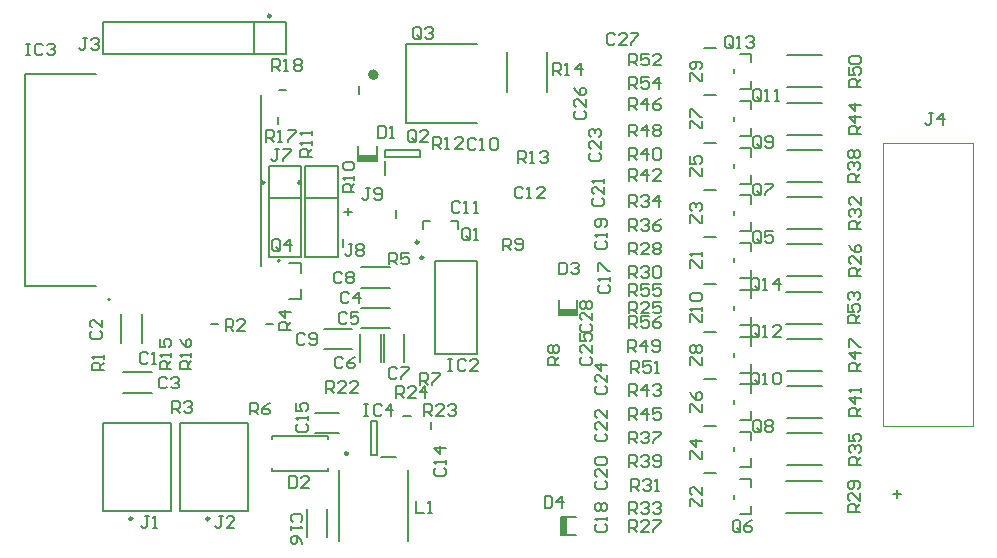
<source format=gto>
G04*
G04 #@! TF.GenerationSoftware,Altium Limited,Altium Designer,24.1.2 (44)*
G04*
G04 Layer_Color=65535*
%FSLAX44Y44*%
%MOMM*%
G71*
G04*
G04 #@! TF.SameCoordinates,35289A0D-B0B0-4263-B8D2-BBE876D284D7*
G04*
G04*
G04 #@! TF.FilePolarity,Positive*
G04*
G01*
G75*
%ADD10C,0.2000*%
%ADD11C,0.2500*%
%ADD12C,0.5000*%
%ADD13C,0.1500*%
%ADD14C,0.1524*%
%ADD15C,0.1000*%
%ADD16R,1.5870X0.5080*%
%ADD17R,0.5080X1.5870*%
D10*
X1171000Y752000D02*
G03*
X1171000Y752000I-1000J0D01*
G01*
X1026000Y718400D02*
G03*
X1026000Y720400I0J1000D01*
G01*
D02*
G03*
X1026000Y718400I0J-1000D01*
G01*
D02*
G03*
X1026000Y720400I0J1000D01*
G01*
X1170000Y897000D02*
X1176000D01*
X1260250Y840000D02*
Y846000D01*
X1289750D01*
Y840000D02*
Y846000D01*
X1260250Y840000D02*
X1289750D01*
X1260000Y824500D02*
Y836500D01*
X1169000Y868000D02*
Y874000D01*
X955000Y730400D02*
X1015000D01*
X955000D02*
X1015000D01*
X955000Y910400D02*
X1015000D01*
X955000D02*
X1015000D01*
X955000Y730400D02*
Y910400D01*
Y730400D02*
Y910400D01*
X1155000Y747900D02*
Y892900D01*
Y747900D02*
Y892900D01*
X1161300Y805700D02*
X1188700D01*
X1161300Y832350D02*
X1188700D01*
X1161300Y755200D02*
Y832350D01*
Y755200D02*
X1188700D01*
Y832350D01*
X1192300Y805700D02*
X1219700D01*
X1192300Y832350D02*
X1219700D01*
X1192300Y755200D02*
Y832350D01*
Y755200D02*
X1219700D01*
Y832350D01*
X1159000Y698750D02*
X1165000D01*
X1112250Y699000D02*
X1118250D01*
X1362750Y894750D02*
Y929250D01*
X1397250Y894750D02*
Y929250D01*
X1252750Y836650D02*
Y849350D01*
X1237250Y836650D02*
Y849350D01*
Y836650D02*
X1252750D01*
X1086250Y540500D02*
X1143750D01*
Y614500D01*
X1086250D02*
X1143750D01*
X1086250Y540500D02*
Y614500D01*
X1302250Y752000D02*
X1337750D01*
Y673000D02*
Y752000D01*
X1302250Y673000D02*
X1337750D01*
X1302250D02*
Y752000D01*
X1021250Y540500D02*
Y614500D01*
X1078750D01*
Y540500D02*
Y614500D01*
X1021250Y540500D02*
X1078750D01*
X1038439Y657561D02*
X1062561D01*
X1038439Y640439D02*
X1062561D01*
X1036689Y682939D02*
Y707061D01*
X1053811Y682939D02*
Y707061D01*
X1149050Y927300D02*
Y954700D01*
X1175700Y927300D02*
Y954700D01*
X1020800D02*
X1175700D01*
X1020800Y927300D02*
Y954700D01*
Y927300D02*
X1175700D01*
X1316000Y785500D02*
X1321600D01*
Y779000D02*
Y785500D01*
X1292400Y779000D02*
Y785500D01*
X1298000D01*
X1298460Y610020D02*
Y616020D01*
X1247750Y587500D02*
X1253250D01*
X1247750D02*
Y616500D01*
X1253250D01*
Y587500D02*
Y616500D01*
X1256750Y586000D02*
X1269250D01*
X1200439Y606000D02*
X1220561D01*
X1200439Y623000D02*
X1220561D01*
X1211750Y574500D02*
Y576750D01*
Y601250D02*
Y603500D01*
X1164250D02*
X1211750D01*
X1164250Y574500D02*
Y576750D01*
Y601250D02*
Y603500D01*
Y574500D02*
X1211750D01*
X1275460Y621020D02*
X1281460D01*
X1193439Y517939D02*
Y542061D01*
X1210561Y517939D02*
Y542061D01*
X1239939Y695439D02*
X1264061D01*
X1239939Y712561D02*
X1264061D01*
X1560750Y927500D02*
X1569500D01*
Y897500D02*
Y904750D01*
Y920250D02*
Y927500D01*
X1560750Y897500D02*
X1569500D01*
X1555500Y910750D02*
Y914250D01*
X1560750Y887500D02*
X1569500D01*
Y857500D02*
Y864750D01*
Y880250D02*
Y887500D01*
X1560750Y857500D02*
X1569500D01*
X1555500Y870750D02*
Y874250D01*
X1560750Y847500D02*
X1569500D01*
Y817500D02*
Y824750D01*
Y840250D02*
Y847500D01*
X1560750Y817500D02*
X1569500D01*
X1555500Y830750D02*
Y834250D01*
X1560750Y807500D02*
X1569500D01*
Y777500D02*
Y784750D01*
Y800250D02*
Y807500D01*
X1560750Y777500D02*
X1569500D01*
X1555500Y790750D02*
Y794250D01*
X1560750Y687500D02*
X1569500D01*
Y657500D02*
Y664750D01*
Y680250D02*
Y687500D01*
X1560750Y657500D02*
X1569500D01*
X1555500Y670750D02*
Y674250D01*
X1560750Y647500D02*
X1569500D01*
Y617500D02*
Y624750D01*
Y640250D02*
Y647500D01*
X1560750Y617500D02*
X1569500D01*
X1555500Y630750D02*
Y634250D01*
X1560750Y607500D02*
X1569500D01*
Y577500D02*
Y584750D01*
Y600250D02*
Y607500D01*
X1560750Y577500D02*
X1569500D01*
X1555500Y590750D02*
Y594250D01*
X1560750Y767500D02*
X1569500D01*
Y737500D02*
Y744750D01*
Y760250D02*
Y767500D01*
X1560750Y737500D02*
X1569500D01*
X1555500Y750750D02*
Y754250D01*
X1560750Y727500D02*
X1569500D01*
Y697500D02*
Y704750D01*
Y720250D02*
Y727500D01*
X1560750Y697500D02*
X1569500D01*
X1555500Y710750D02*
Y714250D01*
X1560750Y567500D02*
X1569500D01*
Y537500D02*
Y544750D01*
Y560250D02*
Y567500D01*
X1560750Y537500D02*
X1569500D01*
X1555500Y550750D02*
Y554250D01*
X1239939Y729439D02*
X1264061D01*
X1239939Y746561D02*
X1264061D01*
X1208169Y694561D02*
X1232291D01*
X1208169Y677439D02*
X1232291D01*
X1241939Y729500D02*
X1262061D01*
X1241939Y712500D02*
X1262061D01*
X1238939Y666439D02*
Y690561D01*
X1256061Y666439D02*
Y690561D01*
X1276061Y666439D02*
Y690561D01*
X1258939Y666439D02*
Y690561D01*
X1408650Y519750D02*
Y535250D01*
X1421350D01*
X1408650Y519750D02*
X1421350D01*
X1407250Y706150D02*
X1422750D01*
X1407250D02*
Y718850D01*
X1422750Y706150D02*
Y718850D01*
D11*
X1157750Y818400D02*
G03*
X1157750Y818400I-1250J0D01*
G01*
X1188750D02*
G03*
X1188750Y818400I-1250J0D01*
G01*
X1111000Y533750D02*
G03*
X1111000Y533750I-1250J0D01*
G01*
X1292250Y754750D02*
G03*
X1292250Y754750I-1250J0D01*
G01*
X1046000Y533750D02*
G03*
X1046000Y533750I-1250J0D01*
G01*
X1163000Y959500D02*
G03*
X1163000Y959500I-1250J0D01*
G01*
X1288250Y768000D02*
G03*
X1288250Y768000I-1250J0D01*
G01*
X1228500Y589000D02*
G03*
X1228500Y589000I-1250J0D01*
G01*
D12*
X1251971Y909651D02*
G03*
X1251971Y909651I-2000J0D01*
G01*
D13*
X1189000Y720000D02*
Y728000D01*
X1179000Y720000D02*
X1189000D01*
Y742000D02*
Y750000D01*
X1179000D02*
X1189000D01*
X1530000Y812250D02*
X1540000D01*
X1530000Y892250D02*
X1540000D01*
X1530000Y852250D02*
X1540000D01*
X1530000Y732250D02*
X1540000D01*
X1530000Y692250D02*
X1540000D01*
X1530000Y612250D02*
X1540000D01*
X1530000Y572250D02*
X1540000D01*
X1600000Y898980D02*
X1630000D01*
X1600000Y926020D02*
X1630000D01*
X1600000Y858980D02*
X1630000D01*
X1600000Y886020D02*
X1630000D01*
X1600000Y818980D02*
X1630000D01*
X1600000Y846020D02*
X1630000D01*
X1600000Y778980D02*
X1630000D01*
X1600000Y806020D02*
X1630000D01*
X1600000Y738980D02*
X1630000D01*
X1600000Y766020D02*
X1630000D01*
X1599750Y698980D02*
X1629750D01*
X1599750Y726020D02*
X1629750D01*
X1530000Y932250D02*
X1540000D01*
X1530000Y772250D02*
X1540000D01*
X1530000Y652250D02*
X1540000D01*
X1600000Y658980D02*
X1630000D01*
X1600000Y686020D02*
X1630000D01*
X1600000Y618980D02*
X1630000D01*
X1600000Y646020D02*
X1630000D01*
X1600000Y578980D02*
X1630000D01*
X1600000Y606020D02*
X1630000D01*
X1599750Y538980D02*
X1629750D01*
X1599750Y566020D02*
X1629750D01*
X1228168Y790500D02*
Y797164D01*
X1224836Y793832D02*
X1231500D01*
X1224500Y763500D02*
Y770164D01*
X1693168Y551500D02*
Y558164D01*
X1689836Y554832D02*
X1696500D01*
X1237500Y893500D02*
Y900164D01*
X1269500Y788500D02*
Y795164D01*
X1164504Y913002D02*
Y922998D01*
X1169502D01*
X1171169Y921332D01*
Y918000D01*
X1169502Y916334D01*
X1164504D01*
X1167836D02*
X1171169Y913002D01*
X1174501D02*
X1177833D01*
X1176167D01*
Y922998D01*
X1174501Y921332D01*
X1182831D02*
X1184498Y922998D01*
X1187830D01*
X1189496Y921332D01*
Y919666D01*
X1187830Y918000D01*
X1189496Y916334D01*
Y914668D01*
X1187830Y913002D01*
X1184498D01*
X1182831Y914668D01*
Y916334D01*
X1184498Y918000D01*
X1182831Y919666D01*
Y921332D01*
X1184498Y918000D02*
X1187830D01*
X1247334Y813998D02*
X1244002D01*
X1245668D01*
Y805668D01*
X1244002Y804002D01*
X1242336D01*
X1240669Y805668D01*
X1250666D02*
X1252332Y804002D01*
X1255665D01*
X1257331Y805668D01*
Y812332D01*
X1255665Y813998D01*
X1252332D01*
X1250666Y812332D01*
Y810666D01*
X1252332Y809000D01*
X1257331D01*
X1233998Y810504D02*
X1224002D01*
Y815502D01*
X1225668Y817169D01*
X1229000D01*
X1230666Y815502D01*
Y810504D01*
Y813836D02*
X1233998Y817169D01*
Y820501D02*
Y823833D01*
Y822167D01*
X1224002D01*
X1225668Y820501D01*
Y828831D02*
X1224002Y830498D01*
Y833830D01*
X1225668Y835496D01*
X1232332D01*
X1233998Y833830D01*
Y830498D01*
X1232332Y828831D01*
X1225668D01*
X1286334Y854668D02*
Y861332D01*
X1284668Y862998D01*
X1281335D01*
X1279669Y861332D01*
Y854668D01*
X1281335Y853002D01*
X1284668D01*
X1283002Y856334D02*
X1286334Y853002D01*
X1284668D02*
X1286334Y854668D01*
X1296331Y853002D02*
X1289666D01*
X1296331Y859666D01*
Y861332D01*
X1294664Y862998D01*
X1291332D01*
X1289666Y861332D01*
X1159504Y853002D02*
Y862998D01*
X1164502D01*
X1166169Y861332D01*
Y858000D01*
X1164502Y856334D01*
X1159504D01*
X1162836D02*
X1166169Y853002D01*
X1169501D02*
X1172833D01*
X1171167D01*
Y862998D01*
X1169501Y861332D01*
X1177831Y862998D02*
X1184496D01*
Y861332D01*
X1177831Y854668D01*
Y853002D01*
X1170747Y762142D02*
Y768807D01*
X1169080Y770473D01*
X1165748D01*
X1164082Y768807D01*
Y762142D01*
X1165748Y760476D01*
X1169080D01*
X1167414Y763808D02*
X1170747Y760476D01*
X1169080D02*
X1170747Y762142D01*
X1179077Y760476D02*
Y770473D01*
X1174079Y765474D01*
X1180743D01*
X955548Y936081D02*
X958880D01*
X957214D01*
Y926084D01*
X955548D01*
X958880D01*
X970543Y934415D02*
X968877Y936081D01*
X965545D01*
X963879Y934415D01*
Y927750D01*
X965545Y926084D01*
X968877D01*
X970543Y927750D01*
X973875Y934415D02*
X975542Y936081D01*
X978874D01*
X980540Y934415D01*
Y932748D01*
X978874Y931082D01*
X977208D01*
X978874D01*
X980540Y929416D01*
Y927750D01*
X978874Y926084D01*
X975542D01*
X973875Y927750D01*
X1232334Y765998D02*
X1229002D01*
X1230668D01*
Y757668D01*
X1229002Y756002D01*
X1227336D01*
X1225669Y757668D01*
X1235666Y764332D02*
X1237332Y765998D01*
X1240665D01*
X1242331Y764332D01*
Y762666D01*
X1240665Y761000D01*
X1242331Y759334D01*
Y757668D01*
X1240665Y756002D01*
X1237332D01*
X1235666Y757668D01*
Y759334D01*
X1237332Y761000D01*
X1235666Y762666D01*
Y764332D01*
X1237332Y761000D02*
X1240665D01*
X1170334Y846998D02*
X1167002D01*
X1168668D01*
Y838668D01*
X1167002Y837002D01*
X1165335D01*
X1163669Y838668D01*
X1173666Y846998D02*
X1180331D01*
Y845332D01*
X1173666Y838668D01*
Y837002D01*
X1122334Y535998D02*
X1119002D01*
X1120668D01*
Y527668D01*
X1119002Y526002D01*
X1117336D01*
X1115669Y527668D01*
X1132331Y526002D02*
X1125666D01*
X1132331Y532666D01*
Y534332D01*
X1130665Y535998D01*
X1127332D01*
X1125666Y534332D01*
X1518502Y700004D02*
Y706668D01*
X1520168D01*
X1526832Y700004D01*
X1528498D01*
Y706668D01*
Y710001D02*
Y713333D01*
Y711667D01*
X1518502D01*
X1520168Y710001D01*
Y718332D02*
X1518502Y719998D01*
Y723330D01*
X1520168Y724996D01*
X1526832D01*
X1528498Y723330D01*
Y719998D01*
X1526832Y718332D01*
X1520168D01*
X1518502Y904169D02*
Y910834D01*
X1520168D01*
X1526832Y904169D01*
X1528498D01*
Y910834D01*
X1526832Y914166D02*
X1528498Y915832D01*
Y919165D01*
X1526832Y920831D01*
X1520168D01*
X1518502Y919165D01*
Y915832D01*
X1520168Y914166D01*
X1521834D01*
X1523500Y915832D01*
Y920831D01*
X1518502Y664169D02*
Y670834D01*
X1520168D01*
X1526832Y664169D01*
X1528498D01*
Y670834D01*
X1520168Y674166D02*
X1518502Y675832D01*
Y679165D01*
X1520168Y680831D01*
X1521834D01*
X1523500Y679165D01*
X1525166Y680831D01*
X1526832D01*
X1528498Y679165D01*
Y675832D01*
X1526832Y674166D01*
X1525166D01*
X1523500Y675832D01*
X1521834Y674166D01*
X1520168D01*
X1523500Y675832D02*
Y679165D01*
X1518502Y864169D02*
Y870834D01*
X1520168D01*
X1526832Y864169D01*
X1528498D01*
Y870834D01*
X1518502Y874166D02*
Y880831D01*
X1520168D01*
X1526832Y874166D01*
X1528498D01*
X1518502Y624169D02*
Y630834D01*
X1520168D01*
X1526832Y624169D01*
X1528498D01*
Y630834D01*
X1518502Y640831D02*
X1520168Y637498D01*
X1523500Y634166D01*
X1526832D01*
X1528498Y635832D01*
Y639165D01*
X1526832Y640831D01*
X1525166D01*
X1523500Y639165D01*
Y634166D01*
X1518502Y824169D02*
Y830834D01*
X1520168D01*
X1526832Y824169D01*
X1528498D01*
Y830834D01*
X1518502Y840831D02*
Y834166D01*
X1523500D01*
X1521834Y837498D01*
Y839165D01*
X1523500Y840831D01*
X1526832D01*
X1528498Y839165D01*
Y835832D01*
X1526832Y834166D01*
X1518502Y584169D02*
Y590834D01*
X1520168D01*
X1526832Y584169D01*
X1528498D01*
Y590834D01*
Y599165D02*
X1518502D01*
X1523500Y594166D01*
Y600831D01*
X1518502Y784169D02*
Y790834D01*
X1520168D01*
X1526832Y784169D01*
X1528498D01*
Y790834D01*
X1520168Y794166D02*
X1518502Y795832D01*
Y799165D01*
X1520168Y800831D01*
X1521834D01*
X1523500Y799165D01*
Y797498D01*
Y799165D01*
X1525166Y800831D01*
X1526832D01*
X1528498Y799165D01*
Y795832D01*
X1526832Y794166D01*
X1518501Y544169D02*
Y550834D01*
X1520168D01*
X1526832Y544169D01*
X1528498D01*
Y550834D01*
Y560831D02*
Y554166D01*
X1521834Y560831D01*
X1520168D01*
X1518501Y559165D01*
Y555832D01*
X1520168Y554166D01*
X1518502Y745835D02*
Y752500D01*
X1520168D01*
X1526832Y745835D01*
X1528498D01*
Y752500D01*
Y755832D02*
Y759165D01*
Y757498D01*
X1518502D01*
X1520168Y755832D01*
X1466671Y695002D02*
Y704998D01*
X1471669D01*
X1473336Y703332D01*
Y700000D01*
X1471669Y698334D01*
X1466671D01*
X1470003D02*
X1473336Y695002D01*
X1483332Y704998D02*
X1476668D01*
Y700000D01*
X1480000Y701666D01*
X1481666D01*
X1483332Y700000D01*
Y696668D01*
X1481666Y695002D01*
X1478334D01*
X1476668Y696668D01*
X1493329Y704998D02*
X1489997Y703332D01*
X1486664Y700000D01*
Y696668D01*
X1488331Y695002D01*
X1491663D01*
X1493329Y696668D01*
Y698334D01*
X1491663Y700000D01*
X1486664D01*
X1466671Y722502D02*
Y732498D01*
X1471669D01*
X1473336Y730832D01*
Y727500D01*
X1471669Y725834D01*
X1466671D01*
X1470003D02*
X1473336Y722502D01*
X1483332Y732498D02*
X1476668D01*
Y727500D01*
X1480000Y729166D01*
X1481666D01*
X1483332Y727500D01*
Y724168D01*
X1481666Y722502D01*
X1478334D01*
X1476668Y724168D01*
X1493329Y732498D02*
X1486664D01*
Y727500D01*
X1489997Y729166D01*
X1491663D01*
X1493329Y727500D01*
Y724168D01*
X1491663Y722502D01*
X1488331D01*
X1486664Y724168D01*
X1466671Y897502D02*
Y907498D01*
X1471669D01*
X1473336Y905832D01*
Y902500D01*
X1471669Y900834D01*
X1466671D01*
X1470003D02*
X1473336Y897502D01*
X1483332Y907498D02*
X1476668D01*
Y902500D01*
X1480000Y904166D01*
X1481666D01*
X1483332Y902500D01*
Y899168D01*
X1481666Y897502D01*
X1478334D01*
X1476668Y899168D01*
X1491663Y897502D02*
Y907498D01*
X1486664Y902500D01*
X1493329D01*
X1662248Y699171D02*
X1652252D01*
Y704169D01*
X1653918Y705835D01*
X1657250D01*
X1658916Y704169D01*
Y699171D01*
Y702503D02*
X1662248Y705835D01*
X1652252Y715832D02*
Y709168D01*
X1657250D01*
X1655584Y712500D01*
Y714166D01*
X1657250Y715832D01*
X1660582D01*
X1662248Y714166D01*
Y710834D01*
X1660582Y709168D01*
X1653918Y719165D02*
X1652252Y720831D01*
Y724163D01*
X1653918Y725829D01*
X1655584D01*
X1657250Y724163D01*
Y722497D01*
Y724163D01*
X1658916Y725829D01*
X1660582D01*
X1662248Y724163D01*
Y720831D01*
X1660582Y719165D01*
X1466671Y917502D02*
Y927498D01*
X1471669D01*
X1473336Y925832D01*
Y922500D01*
X1471669Y920834D01*
X1466671D01*
X1470003D02*
X1473336Y917502D01*
X1483332Y927498D02*
X1476668D01*
Y922500D01*
X1480000Y924166D01*
X1481666D01*
X1483332Y922500D01*
Y919168D01*
X1481666Y917502D01*
X1478334D01*
X1476668Y919168D01*
X1493329Y917502D02*
X1486664D01*
X1493329Y924166D01*
Y925832D01*
X1491663Y927498D01*
X1488331D01*
X1486664Y925832D01*
X1662498Y899171D02*
X1652502D01*
Y904169D01*
X1654168Y905835D01*
X1657500D01*
X1659166Y904169D01*
Y899171D01*
Y902503D02*
X1662498Y905835D01*
X1652502Y915832D02*
Y909168D01*
X1657500D01*
X1655834Y912500D01*
Y914166D01*
X1657500Y915832D01*
X1660832D01*
X1662498Y914166D01*
Y910834D01*
X1660832Y909168D01*
X1654168Y919165D02*
X1652502Y920831D01*
Y924163D01*
X1654168Y925829D01*
X1660832D01*
X1662498Y924163D01*
Y920831D01*
X1660832Y919165D01*
X1654168D01*
X1465671Y675002D02*
Y684998D01*
X1470669D01*
X1472336Y683332D01*
Y680000D01*
X1470669Y678334D01*
X1465671D01*
X1469003D02*
X1472336Y675002D01*
X1480666D02*
Y684998D01*
X1475668Y680000D01*
X1482332D01*
X1485665Y676668D02*
X1487331Y675002D01*
X1490663D01*
X1492329Y676668D01*
Y683332D01*
X1490663Y684998D01*
X1487331D01*
X1485665Y683332D01*
Y681666D01*
X1487331Y680000D01*
X1492329D01*
X1466671Y857502D02*
Y867498D01*
X1471669D01*
X1473336Y865832D01*
Y862500D01*
X1471669Y860834D01*
X1466671D01*
X1470003D02*
X1473336Y857502D01*
X1481666D02*
Y867498D01*
X1476668Y862500D01*
X1483332D01*
X1486664Y865832D02*
X1488331Y867498D01*
X1491663D01*
X1493329Y865832D01*
Y864166D01*
X1491663Y862500D01*
X1493329Y860834D01*
Y859168D01*
X1491663Y857502D01*
X1488331D01*
X1486664Y859168D01*
Y860834D01*
X1488331Y862500D01*
X1486664Y864166D01*
Y865832D01*
X1488331Y862500D02*
X1491663D01*
X1662498Y659171D02*
X1652502D01*
Y664169D01*
X1654168Y665835D01*
X1657500D01*
X1659166Y664169D01*
Y659171D01*
Y662503D02*
X1662498Y665835D01*
Y674166D02*
X1652502D01*
X1657500Y669168D01*
Y675832D01*
X1652502Y679165D02*
Y685829D01*
X1654168D01*
X1660832Y679165D01*
X1662498D01*
X1466671Y880002D02*
Y889998D01*
X1471669D01*
X1473336Y888332D01*
Y885000D01*
X1471669Y883334D01*
X1466671D01*
X1470003D02*
X1473336Y880002D01*
X1481666D02*
Y889998D01*
X1476668Y885000D01*
X1483332D01*
X1493329Y889998D02*
X1489997Y888332D01*
X1486664Y885000D01*
Y881668D01*
X1488331Y880002D01*
X1491663D01*
X1493329Y881668D01*
Y883334D01*
X1491663Y885000D01*
X1486664D01*
X1662498Y859171D02*
X1652502D01*
Y864169D01*
X1654168Y865835D01*
X1657500D01*
X1659166Y864169D01*
Y859171D01*
Y862503D02*
X1662498Y865835D01*
Y874166D02*
X1652502D01*
X1657500Y869168D01*
Y875832D01*
X1662498Y884163D02*
X1652502D01*
X1657500Y879165D01*
Y885829D01*
X1466671Y637502D02*
Y647498D01*
X1471669D01*
X1473336Y645832D01*
Y642500D01*
X1471669Y640834D01*
X1466671D01*
X1470003D02*
X1473336Y637502D01*
X1481666D02*
Y647498D01*
X1476668Y642500D01*
X1483332D01*
X1486664Y645832D02*
X1488331Y647498D01*
X1491663D01*
X1493329Y645832D01*
Y644166D01*
X1491663Y642500D01*
X1489997D01*
X1491663D01*
X1493329Y640834D01*
Y639168D01*
X1491663Y637502D01*
X1488331D01*
X1486664Y639168D01*
X1662498Y620837D02*
X1652502D01*
Y625835D01*
X1654168Y627502D01*
X1657500D01*
X1659166Y625835D01*
Y620837D01*
Y624169D02*
X1662498Y627502D01*
Y635832D02*
X1652502D01*
X1657500Y630834D01*
Y637498D01*
X1662498Y640831D02*
Y644163D01*
Y642497D01*
X1652502D01*
X1654168Y640831D01*
X1466671Y837502D02*
Y847498D01*
X1471669D01*
X1473336Y845832D01*
Y842500D01*
X1471669Y840834D01*
X1466671D01*
X1470003D02*
X1473336Y837502D01*
X1481666D02*
Y847498D01*
X1476668Y842500D01*
X1483332D01*
X1486664Y845832D02*
X1488331Y847498D01*
X1491663D01*
X1493329Y845832D01*
Y839168D01*
X1491663Y837502D01*
X1488331D01*
X1486664Y839168D01*
Y845832D01*
X1662242Y819170D02*
X1652245D01*
Y824169D01*
X1653911Y825835D01*
X1657244D01*
X1658910Y824169D01*
Y819170D01*
Y822503D02*
X1662242Y825835D01*
X1653911Y829167D02*
X1652245Y830833D01*
Y834165D01*
X1653911Y835832D01*
X1655578D01*
X1657244Y834165D01*
Y832499D01*
Y834165D01*
X1658910Y835832D01*
X1660576D01*
X1662242Y834165D01*
Y830833D01*
X1660576Y829167D01*
X1653911Y839164D02*
X1652245Y840830D01*
Y844162D01*
X1653911Y845828D01*
X1655578D01*
X1657244Y844162D01*
X1658910Y845828D01*
X1660576D01*
X1662242Y844162D01*
Y840830D01*
X1660576Y839164D01*
X1658910D01*
X1657244Y840830D01*
X1655578Y839164D01*
X1653911D01*
X1657244Y840830D02*
Y844162D01*
X1466671Y597502D02*
Y607498D01*
X1471669D01*
X1473336Y605832D01*
Y602500D01*
X1471669Y600834D01*
X1466671D01*
X1470003D02*
X1473336Y597502D01*
X1476668Y605832D02*
X1478334Y607498D01*
X1481666D01*
X1483332Y605832D01*
Y604166D01*
X1481666Y602500D01*
X1480000D01*
X1481666D01*
X1483332Y600834D01*
Y599168D01*
X1481666Y597502D01*
X1478334D01*
X1476668Y599168D01*
X1486664Y607498D02*
X1493329D01*
Y605832D01*
X1486664Y599168D01*
Y597502D01*
X1662498Y579171D02*
X1652502D01*
Y584169D01*
X1654168Y585835D01*
X1657500D01*
X1659166Y584169D01*
Y579171D01*
Y582503D02*
X1662498Y585835D01*
X1654168Y589168D02*
X1652502Y590834D01*
Y594166D01*
X1654168Y595832D01*
X1655834D01*
X1657500Y594166D01*
Y592500D01*
Y594166D01*
X1659166Y595832D01*
X1660832D01*
X1662498Y594166D01*
Y590834D01*
X1660832Y589168D01*
X1652502Y605829D02*
Y599165D01*
X1657500D01*
X1655834Y602497D01*
Y604163D01*
X1657500Y605829D01*
X1660832D01*
X1662498Y604163D01*
Y600831D01*
X1660832Y599165D01*
X1466671Y797502D02*
Y807498D01*
X1471669D01*
X1473336Y805832D01*
Y802500D01*
X1471669Y800834D01*
X1466671D01*
X1470003D02*
X1473336Y797502D01*
X1476668Y805832D02*
X1478334Y807498D01*
X1481666D01*
X1483332Y805832D01*
Y804166D01*
X1481666Y802500D01*
X1480000D01*
X1481666D01*
X1483332Y800834D01*
Y799168D01*
X1481666Y797502D01*
X1478334D01*
X1476668Y799168D01*
X1491663Y797502D02*
Y807498D01*
X1486664Y802500D01*
X1493329D01*
X1662498Y779171D02*
X1652502D01*
Y784169D01*
X1654168Y785835D01*
X1657500D01*
X1659166Y784169D01*
Y779171D01*
Y782503D02*
X1662498Y785835D01*
X1654168Y789168D02*
X1652502Y790834D01*
Y794166D01*
X1654168Y795832D01*
X1655834D01*
X1657500Y794166D01*
Y792500D01*
Y794166D01*
X1659166Y795832D01*
X1660832D01*
X1662498Y794166D01*
Y790834D01*
X1660832Y789168D01*
X1662498Y805829D02*
Y799165D01*
X1655834Y805829D01*
X1654168D01*
X1652502Y804163D01*
Y800831D01*
X1654168Y799165D01*
X1468337Y557502D02*
Y567498D01*
X1473336D01*
X1475002Y565832D01*
Y562500D01*
X1473336Y560834D01*
X1468337D01*
X1471669D02*
X1475002Y557502D01*
X1478334Y565832D02*
X1480000Y567498D01*
X1483332D01*
X1484998Y565832D01*
Y564166D01*
X1483332Y562500D01*
X1481666D01*
X1483332D01*
X1484998Y560834D01*
Y559168D01*
X1483332Y557502D01*
X1480000D01*
X1478334Y559168D01*
X1488331Y557502D02*
X1491663D01*
X1489997D01*
Y567498D01*
X1488331Y565832D01*
X1662248Y539171D02*
X1652252D01*
Y544169D01*
X1653918Y545835D01*
X1657250D01*
X1658916Y544169D01*
Y539171D01*
Y542503D02*
X1662248Y545835D01*
Y555832D02*
Y549168D01*
X1655584Y555832D01*
X1653918D01*
X1652252Y554166D01*
Y550834D01*
X1653918Y549168D01*
X1660582Y559165D02*
X1662248Y560831D01*
Y564163D01*
X1660582Y565829D01*
X1653918D01*
X1652252Y564163D01*
Y560831D01*
X1653918Y559165D01*
X1655584D01*
X1657250Y560831D01*
Y565829D01*
X1466671Y757502D02*
Y767498D01*
X1471669D01*
X1473336Y765832D01*
Y762500D01*
X1471669Y760834D01*
X1466671D01*
X1470003D02*
X1473336Y757502D01*
X1483332D02*
X1476668D01*
X1483332Y764166D01*
Y765832D01*
X1481666Y767498D01*
X1478334D01*
X1476668Y765832D01*
X1486664D02*
X1488331Y767498D01*
X1491663D01*
X1493329Y765832D01*
Y764166D01*
X1491663Y762500D01*
X1493329Y760834D01*
Y759168D01*
X1491663Y757502D01*
X1488331D01*
X1486664Y759168D01*
Y760834D01*
X1488331Y762500D01*
X1486664Y764166D01*
Y765832D01*
X1488331Y762500D02*
X1491663D01*
X1662498Y739171D02*
X1652502D01*
Y744169D01*
X1654168Y745835D01*
X1657500D01*
X1659166Y744169D01*
Y739171D01*
Y742503D02*
X1662498Y745835D01*
Y755832D02*
Y749168D01*
X1655834Y755832D01*
X1654168D01*
X1652502Y754166D01*
Y750834D01*
X1654168Y749168D01*
X1652502Y765829D02*
X1654168Y762497D01*
X1657500Y759165D01*
X1660832D01*
X1662498Y760831D01*
Y764163D01*
X1660832Y765829D01*
X1659166D01*
X1657500Y764163D01*
Y759165D01*
X1576669Y729168D02*
Y735832D01*
X1575002Y737498D01*
X1571670D01*
X1570004Y735832D01*
Y729168D01*
X1571670Y727502D01*
X1575002D01*
X1573336Y730834D02*
X1576669Y727502D01*
X1575002D02*
X1576669Y729168D01*
X1580001Y727502D02*
X1583333D01*
X1581667D01*
Y737498D01*
X1580001Y735832D01*
X1593330Y727502D02*
Y737498D01*
X1588331Y732500D01*
X1594996D01*
X1554169Y934168D02*
Y940832D01*
X1552502Y942498D01*
X1549170D01*
X1547504Y940832D01*
Y934168D01*
X1549170Y932502D01*
X1552502D01*
X1550836Y935834D02*
X1554169Y932502D01*
X1552502D02*
X1554169Y934168D01*
X1557501Y932502D02*
X1560833D01*
X1559167D01*
Y942498D01*
X1557501Y940832D01*
X1565831D02*
X1567498Y942498D01*
X1570830D01*
X1572496Y940832D01*
Y939166D01*
X1570830Y937500D01*
X1569164D01*
X1570830D01*
X1572496Y935834D01*
Y934168D01*
X1570830Y932502D01*
X1567498D01*
X1565831Y934168D01*
X1576669Y689168D02*
Y695832D01*
X1575002Y697498D01*
X1571670D01*
X1570004Y695832D01*
Y689168D01*
X1571670Y687502D01*
X1575002D01*
X1573336Y690834D02*
X1576669Y687502D01*
X1575002D02*
X1576669Y689168D01*
X1580001Y687502D02*
X1583333D01*
X1581667D01*
Y697498D01*
X1580001Y695832D01*
X1594996Y687502D02*
X1588331D01*
X1594996Y694166D01*
Y695832D01*
X1593330Y697498D01*
X1589998D01*
X1588331Y695832D01*
X1578335Y889168D02*
Y895832D01*
X1576669Y897498D01*
X1573336D01*
X1571670Y895832D01*
Y889168D01*
X1573336Y887502D01*
X1576669D01*
X1575002Y890834D02*
X1578335Y887502D01*
X1576669D02*
X1578335Y889168D01*
X1581667Y887502D02*
X1584999D01*
X1583333D01*
Y897498D01*
X1581667Y895832D01*
X1589998Y887502D02*
X1593330D01*
X1591664D01*
Y897498D01*
X1589998Y895832D01*
X1576669Y649168D02*
Y655832D01*
X1575002Y657498D01*
X1571670D01*
X1570004Y655832D01*
Y649168D01*
X1571670Y647502D01*
X1575002D01*
X1573336Y650834D02*
X1576669Y647502D01*
X1575002D02*
X1576669Y649168D01*
X1580001Y647502D02*
X1583333D01*
X1581667D01*
Y657498D01*
X1580001Y655832D01*
X1588331D02*
X1589998Y657498D01*
X1593330D01*
X1594996Y655832D01*
Y649168D01*
X1593330Y647502D01*
X1589998D01*
X1588331Y649168D01*
Y655832D01*
X1578334Y849168D02*
Y855832D01*
X1576668Y857498D01*
X1573336D01*
X1571669Y855832D01*
Y849168D01*
X1573336Y847502D01*
X1576668D01*
X1575002Y850834D02*
X1578334Y847502D01*
X1576668D02*
X1578334Y849168D01*
X1581666D02*
X1583332Y847502D01*
X1586664D01*
X1588331Y849168D01*
Y855832D01*
X1586664Y857498D01*
X1583332D01*
X1581666Y855832D01*
Y854166D01*
X1583332Y852500D01*
X1588331D01*
X1578334Y609168D02*
Y615832D01*
X1576668Y617498D01*
X1573336D01*
X1571669Y615832D01*
Y609168D01*
X1573336Y607502D01*
X1576668D01*
X1575002Y610834D02*
X1578334Y607502D01*
X1576668D02*
X1578334Y609168D01*
X1581666Y615832D02*
X1583332Y617498D01*
X1586664D01*
X1588331Y615832D01*
Y614166D01*
X1586664Y612500D01*
X1588331Y610834D01*
Y609168D01*
X1586664Y607502D01*
X1583332D01*
X1581666Y609168D01*
Y610834D01*
X1583332Y612500D01*
X1581666Y614166D01*
Y615832D01*
X1583332Y612500D02*
X1586664D01*
X1578334Y809168D02*
Y815832D01*
X1576668Y817498D01*
X1573336D01*
X1571669Y815832D01*
Y809168D01*
X1573336Y807502D01*
X1576668D01*
X1575002Y810834D02*
X1578334Y807502D01*
X1576668D02*
X1578334Y809168D01*
X1581666Y817498D02*
X1588331D01*
Y815832D01*
X1581666Y809168D01*
Y807502D01*
X1560834Y524168D02*
Y530832D01*
X1559168Y532498D01*
X1555836D01*
X1554169Y530832D01*
Y524168D01*
X1555836Y522502D01*
X1559168D01*
X1557502Y525834D02*
X1560834Y522502D01*
X1559168D02*
X1560834Y524168D01*
X1570831Y532498D02*
X1567498Y530832D01*
X1564166Y527500D01*
Y524168D01*
X1565832Y522502D01*
X1569164D01*
X1570831Y524168D01*
Y525834D01*
X1569164Y527500D01*
X1564166D01*
X1578334Y769168D02*
Y775832D01*
X1576668Y777498D01*
X1573336D01*
X1571669Y775832D01*
Y769168D01*
X1573336Y767502D01*
X1576668D01*
X1575002Y770834D02*
X1578334Y767502D01*
X1576668D02*
X1578334Y769168D01*
X1588331Y777498D02*
X1581666D01*
Y772500D01*
X1584998Y774166D01*
X1586664D01*
X1588331Y772500D01*
Y769168D01*
X1586664Y767502D01*
X1583332D01*
X1581666Y769168D01*
X1426668Y698335D02*
X1425002Y696669D01*
Y693337D01*
X1426668Y691671D01*
X1433332D01*
X1434998Y693337D01*
Y696669D01*
X1433332Y698335D01*
X1434998Y708332D02*
Y701668D01*
X1428334Y708332D01*
X1426668D01*
X1425002Y706666D01*
Y703334D01*
X1426668Y701668D01*
Y711665D02*
X1425002Y713331D01*
Y716663D01*
X1426668Y718329D01*
X1428334D01*
X1430000Y716663D01*
X1431666Y718329D01*
X1433332D01*
X1434998Y716663D01*
Y713331D01*
X1433332Y711665D01*
X1431666D01*
X1430000Y713331D01*
X1428334Y711665D01*
X1426668D01*
X1430000Y713331D02*
Y716663D01*
X1723834Y877498D02*
X1720502D01*
X1722168D01*
Y869168D01*
X1720502Y867502D01*
X1718835D01*
X1717169Y869168D01*
X1732164Y867502D02*
Y877498D01*
X1727166Y872500D01*
X1733831D01*
X1269131Y636022D02*
Y646018D01*
X1274129D01*
X1275796Y644352D01*
Y641020D01*
X1274129Y639354D01*
X1269131D01*
X1272463D02*
X1275796Y636022D01*
X1285792D02*
X1279128D01*
X1285792Y642686D01*
Y644352D01*
X1284126Y646018D01*
X1280794D01*
X1279128Y644352D01*
X1294123Y636022D02*
Y646018D01*
X1289125Y641020D01*
X1295789D01*
X1293131Y621022D02*
Y631018D01*
X1298129D01*
X1299796Y629352D01*
Y626020D01*
X1298129Y624354D01*
X1293131D01*
X1296463D02*
X1299796Y621022D01*
X1309792D02*
X1303128D01*
X1309792Y627686D01*
Y629352D01*
X1308126Y631018D01*
X1304794D01*
X1303128Y629352D01*
X1313125D02*
X1314791Y631018D01*
X1318123D01*
X1319789Y629352D01*
Y627686D01*
X1318123Y626020D01*
X1316457D01*
X1318123D01*
X1319789Y624354D01*
Y622688D01*
X1318123Y621022D01*
X1314791D01*
X1313125Y622688D01*
X1210091Y640542D02*
Y650538D01*
X1215089D01*
X1216756Y648872D01*
Y645540D01*
X1215089Y643874D01*
X1210091D01*
X1213423D02*
X1216756Y640542D01*
X1226752D02*
X1220088D01*
X1226752Y647206D01*
Y648872D01*
X1225086Y650538D01*
X1221754D01*
X1220088Y648872D01*
X1236749Y640542D02*
X1230085D01*
X1236749Y647206D01*
Y648872D01*
X1235083Y650538D01*
X1231751D01*
X1230085Y648872D01*
X1095998Y660504D02*
X1086002D01*
Y665502D01*
X1087668Y667169D01*
X1091000D01*
X1092666Y665502D01*
Y660504D01*
Y663836D02*
X1095998Y667169D01*
Y670501D02*
Y673833D01*
Y672167D01*
X1086002D01*
X1087668Y670501D01*
X1086002Y685496D02*
X1087668Y682164D01*
X1091000Y678831D01*
X1094332D01*
X1095998Y680498D01*
Y683830D01*
X1094332Y685496D01*
X1092666D01*
X1091000Y683830D01*
Y678831D01*
X1078998Y660504D02*
X1069002D01*
Y665502D01*
X1070668Y667169D01*
X1074000D01*
X1075666Y665502D01*
Y660504D01*
Y663836D02*
X1078998Y667169D01*
Y670501D02*
Y673833D01*
Y672167D01*
X1069002D01*
X1070668Y670501D01*
X1069002Y685496D02*
Y678831D01*
X1074000D01*
X1072334Y682164D01*
Y683830D01*
X1074000Y685496D01*
X1077332D01*
X1078998Y683830D01*
Y680498D01*
X1077332Y678831D01*
X1402504Y909502D02*
Y919498D01*
X1407502D01*
X1409169Y917832D01*
Y914500D01*
X1407502Y912834D01*
X1402504D01*
X1405836D02*
X1409169Y909502D01*
X1412501D02*
X1415833D01*
X1414167D01*
Y919498D01*
X1412501Y917832D01*
X1425830Y909502D02*
Y919498D01*
X1420831Y914500D01*
X1427496D01*
X1372504Y835002D02*
Y844998D01*
X1377502D01*
X1379169Y843332D01*
Y840000D01*
X1377502Y838334D01*
X1372504D01*
X1375836D02*
X1379169Y835002D01*
X1382501D02*
X1385833D01*
X1384167D01*
Y844998D01*
X1382501Y843332D01*
X1390831D02*
X1392498Y844998D01*
X1395830D01*
X1397496Y843332D01*
Y841666D01*
X1395830Y840000D01*
X1394164D01*
X1395830D01*
X1397496Y838334D01*
Y836668D01*
X1395830Y835002D01*
X1392498D01*
X1390831Y836668D01*
X1300504Y847002D02*
Y856998D01*
X1305502D01*
X1307168Y855332D01*
Y852000D01*
X1305502Y850334D01*
X1300504D01*
X1303836D02*
X1307168Y847002D01*
X1310501D02*
X1313833D01*
X1312167D01*
Y856998D01*
X1310501Y855332D01*
X1325496Y847002D02*
X1318831D01*
X1325496Y853666D01*
Y855332D01*
X1323830Y856998D01*
X1320498D01*
X1318831Y855332D01*
X1466671Y820002D02*
Y829998D01*
X1471669D01*
X1473336Y828332D01*
Y825000D01*
X1471669Y823334D01*
X1466671D01*
X1470003D02*
X1473336Y820002D01*
X1481666D02*
Y829998D01*
X1476668Y825000D01*
X1483332D01*
X1493329Y820002D02*
X1486664D01*
X1493329Y826666D01*
Y828332D01*
X1491663Y829998D01*
X1488331D01*
X1486664Y828332D01*
X1468337Y657502D02*
Y667498D01*
X1473336D01*
X1475002Y665832D01*
Y662500D01*
X1473336Y660834D01*
X1468337D01*
X1471669D02*
X1475002Y657502D01*
X1484998Y667498D02*
X1478334D01*
Y662500D01*
X1481666Y664166D01*
X1483332D01*
X1484998Y662500D01*
Y659168D01*
X1483332Y657502D01*
X1480000D01*
X1478334Y659168D01*
X1488331Y657502D02*
X1491663D01*
X1489997D01*
Y667498D01*
X1488331Y665832D01*
X1197998Y840170D02*
X1188002D01*
Y845169D01*
X1189668Y846835D01*
X1193000D01*
X1194666Y845169D01*
Y840170D01*
Y843502D02*
X1197998Y846835D01*
Y850167D02*
Y853499D01*
Y851833D01*
X1188002D01*
X1189668Y850167D01*
X1197998Y858498D02*
Y861830D01*
Y860164D01*
X1188002D01*
X1189668Y858498D01*
X1466671Y777502D02*
Y787498D01*
X1471669D01*
X1473336Y785832D01*
Y782500D01*
X1471669Y780834D01*
X1466671D01*
X1470003D02*
X1473336Y777502D01*
X1476668Y785832D02*
X1478334Y787498D01*
X1481666D01*
X1483332Y785832D01*
Y784166D01*
X1481666Y782500D01*
X1480000D01*
X1481666D01*
X1483332Y780834D01*
Y779168D01*
X1481666Y777502D01*
X1478334D01*
X1476668Y779168D01*
X1493329Y787498D02*
X1489997Y785832D01*
X1486664Y782500D01*
Y779168D01*
X1488331Y777502D01*
X1491663D01*
X1493329Y779168D01*
Y780834D01*
X1491663Y782500D01*
X1486664D01*
X1360169Y761002D02*
Y770998D01*
X1365168D01*
X1366834Y769332D01*
Y766000D01*
X1365168Y764334D01*
X1360169D01*
X1363502D02*
X1366834Y761002D01*
X1370166Y762668D02*
X1371832Y761002D01*
X1375164D01*
X1376831Y762668D01*
Y769332D01*
X1375164Y770998D01*
X1371832D01*
X1370166Y769332D01*
Y767666D01*
X1371832Y766000D01*
X1376831D01*
X1466671Y617502D02*
Y627498D01*
X1471669D01*
X1473336Y625832D01*
Y622500D01*
X1471669Y620834D01*
X1466671D01*
X1470003D02*
X1473336Y617502D01*
X1481666D02*
Y627498D01*
X1476668Y622500D01*
X1483332D01*
X1493329Y627498D02*
X1486664D01*
Y622500D01*
X1489997Y624166D01*
X1491663D01*
X1493329Y622500D01*
Y619168D01*
X1491663Y617502D01*
X1488331D01*
X1486664Y619168D01*
X1466671Y737502D02*
Y747498D01*
X1471669D01*
X1473336Y745832D01*
Y742500D01*
X1471669Y740834D01*
X1466671D01*
X1470003D02*
X1473336Y737502D01*
X1476668Y745832D02*
X1478334Y747498D01*
X1481666D01*
X1483332Y745832D01*
Y744166D01*
X1481666Y742500D01*
X1480000D01*
X1481666D01*
X1483332Y740834D01*
Y739168D01*
X1481666Y737502D01*
X1478334D01*
X1476668Y739168D01*
X1486664Y745832D02*
X1488331Y747498D01*
X1491663D01*
X1493329Y745832D01*
Y739168D01*
X1491663Y737502D01*
X1488331D01*
X1486664Y739168D01*
Y745832D01*
X1407498Y664169D02*
X1397502D01*
Y669168D01*
X1399168Y670834D01*
X1402500D01*
X1404166Y669168D01*
Y664169D01*
Y667502D02*
X1407498Y670834D01*
X1399168Y674166D02*
X1397502Y675832D01*
Y679165D01*
X1399168Y680831D01*
X1400834D01*
X1402500Y679165D01*
X1404166Y680831D01*
X1405832D01*
X1407498Y679165D01*
Y675832D01*
X1405832Y674166D01*
X1404166D01*
X1402500Y675832D01*
X1400834Y674166D01*
X1399168D01*
X1402500Y675832D02*
Y679165D01*
X1466671Y577502D02*
Y587498D01*
X1471669D01*
X1473336Y585832D01*
Y582500D01*
X1471669Y580834D01*
X1466671D01*
X1470003D02*
X1473336Y577502D01*
X1476668Y585832D02*
X1478334Y587498D01*
X1481666D01*
X1483332Y585832D01*
Y584166D01*
X1481666Y582500D01*
X1480000D01*
X1481666D01*
X1483332Y580834D01*
Y579168D01*
X1481666Y577502D01*
X1478334D01*
X1476668Y579168D01*
X1486664D02*
X1488331Y577502D01*
X1491663D01*
X1493329Y579168D01*
Y585832D01*
X1491663Y587498D01*
X1488331D01*
X1486664Y585832D01*
Y584166D01*
X1488331Y582500D01*
X1493329D01*
X1289669Y647002D02*
Y656998D01*
X1294668D01*
X1296334Y655332D01*
Y652000D01*
X1294668Y650334D01*
X1289669D01*
X1293002D02*
X1296334Y647002D01*
X1299666Y656998D02*
X1306331D01*
Y655332D01*
X1299666Y648668D01*
Y647002D01*
X1466671Y707502D02*
Y717498D01*
X1471669D01*
X1473336Y715832D01*
Y712500D01*
X1471669Y710834D01*
X1466671D01*
X1470003D02*
X1473336Y707502D01*
X1483332D02*
X1476668D01*
X1483332Y714166D01*
Y715832D01*
X1481666Y717498D01*
X1478334D01*
X1476668Y715832D01*
X1493329Y717498D02*
X1486664D01*
Y712500D01*
X1489997Y714166D01*
X1491663D01*
X1493329Y712500D01*
Y709168D01*
X1491663Y707502D01*
X1488331D01*
X1486664Y709168D01*
X1145669Y622002D02*
Y631998D01*
X1150668D01*
X1152334Y630332D01*
Y627000D01*
X1150668Y625334D01*
X1145669D01*
X1149002D02*
X1152334Y622002D01*
X1162331Y631998D02*
X1158998Y630332D01*
X1155666Y627000D01*
Y623668D01*
X1157332Y622002D01*
X1160665D01*
X1162331Y623668D01*
Y625334D01*
X1160665Y627000D01*
X1155666D01*
X1466671Y537502D02*
Y547498D01*
X1471669D01*
X1473336Y545832D01*
Y542500D01*
X1471669Y540834D01*
X1466671D01*
X1470003D02*
X1473336Y537502D01*
X1476668Y545832D02*
X1478334Y547498D01*
X1481666D01*
X1483332Y545832D01*
Y544166D01*
X1481666Y542500D01*
X1480000D01*
X1481666D01*
X1483332Y540834D01*
Y539168D01*
X1481666Y537502D01*
X1478334D01*
X1476668Y539168D01*
X1486664Y545832D02*
X1488331Y547498D01*
X1491663D01*
X1493329Y545832D01*
Y544166D01*
X1491663Y542500D01*
X1489997D01*
X1491663D01*
X1493329Y540834D01*
Y539168D01*
X1491663Y537502D01*
X1488331D01*
X1486664Y539168D01*
X1263669Y749002D02*
Y758998D01*
X1268668D01*
X1270334Y757332D01*
Y754000D01*
X1268668Y752334D01*
X1263669D01*
X1267002D02*
X1270334Y749002D01*
X1280331Y758998D02*
X1273666D01*
Y754000D01*
X1276998Y755666D01*
X1278664D01*
X1280331Y754000D01*
Y750668D01*
X1278664Y749002D01*
X1275332D01*
X1273666Y750668D01*
X1179998Y693669D02*
X1170002D01*
Y698668D01*
X1171668Y700334D01*
X1175000D01*
X1176666Y698668D01*
Y693669D01*
Y697002D02*
X1179998Y700334D01*
Y708664D02*
X1170002D01*
X1175000Y703666D01*
Y710331D01*
X1466671Y522502D02*
Y532498D01*
X1471669D01*
X1473336Y530832D01*
Y527500D01*
X1471669Y525834D01*
X1466671D01*
X1470003D02*
X1473336Y522502D01*
X1483332D02*
X1476668D01*
X1483332Y529166D01*
Y530832D01*
X1481666Y532498D01*
X1478334D01*
X1476668Y530832D01*
X1486664Y532498D02*
X1493329D01*
Y530832D01*
X1486664Y524168D01*
Y522502D01*
X1079669Y623002D02*
Y632998D01*
X1084668D01*
X1086334Y631332D01*
Y628000D01*
X1084668Y626334D01*
X1079669D01*
X1083002D02*
X1086334Y623002D01*
X1089666Y631332D02*
X1091332Y632998D01*
X1094665D01*
X1096331Y631332D01*
Y629666D01*
X1094665Y628000D01*
X1092998D01*
X1094665D01*
X1096331Y626334D01*
Y624668D01*
X1094665Y623002D01*
X1091332D01*
X1089666Y624668D01*
X1124919Y693002D02*
Y702998D01*
X1129918D01*
X1131584Y701332D01*
Y698000D01*
X1129918Y696334D01*
X1124919D01*
X1128252D02*
X1131584Y693002D01*
X1141581D02*
X1134916D01*
X1141581Y699666D01*
Y701332D01*
X1139914Y702998D01*
X1136582D01*
X1134916Y701332D01*
X1021998Y659335D02*
X1012002D01*
Y664334D01*
X1013668Y666000D01*
X1017000D01*
X1018666Y664334D01*
Y659335D01*
Y662668D02*
X1021998Y666000D01*
Y669332D02*
Y672664D01*
Y670998D01*
X1012002D01*
X1013668Y669332D01*
X1290654Y941318D02*
Y947983D01*
X1288988Y949649D01*
X1285656D01*
X1283990Y947983D01*
Y941318D01*
X1285656Y939652D01*
X1288988D01*
X1287322Y942984D02*
X1290654Y939652D01*
X1288988D02*
X1290654Y941318D01*
X1293987Y947983D02*
X1295653Y949649D01*
X1298985D01*
X1300651Y947983D01*
Y946317D01*
X1298985Y944651D01*
X1297319D01*
X1298985D01*
X1300651Y942984D01*
Y941318D01*
X1298985Y939652D01*
X1295653D01*
X1293987Y941318D01*
X1332000Y771668D02*
Y778332D01*
X1330334Y779998D01*
X1327002D01*
X1325336Y778332D01*
Y771668D01*
X1327002Y770002D01*
X1330334D01*
X1328668Y773334D02*
X1332000Y770002D01*
X1330334D02*
X1332000Y771668D01*
X1335332Y770002D02*
X1338665D01*
X1336998D01*
Y779998D01*
X1335332Y778332D01*
X1286335Y548998D02*
Y539002D01*
X1293000D01*
X1296332D02*
X1299664D01*
X1297998D01*
Y548998D01*
X1296332Y547332D01*
X1007584Y940748D02*
X1004252D01*
X1005918D01*
Y932418D01*
X1004252Y930752D01*
X1002586D01*
X1000919Y932418D01*
X1010916Y939082D02*
X1012582Y940748D01*
X1015915D01*
X1017581Y939082D01*
Y937416D01*
X1015915Y935750D01*
X1014248D01*
X1015915D01*
X1017581Y934084D01*
Y932418D01*
X1015915Y930752D01*
X1012582D01*
X1010916Y932418D01*
X1060000Y535998D02*
X1056668D01*
X1058334D01*
Y527668D01*
X1056668Y526002D01*
X1055002D01*
X1053335Y527668D01*
X1063332Y526002D02*
X1066665D01*
X1064998D01*
Y535998D01*
X1063332Y534332D01*
X1241964Y631018D02*
X1245296D01*
X1243630D01*
Y621022D01*
X1241964D01*
X1245296D01*
X1256959Y629352D02*
X1255293Y631018D01*
X1251961D01*
X1250295Y629352D01*
Y622688D01*
X1251961Y621022D01*
X1255293D01*
X1256959Y622688D01*
X1265290Y621022D02*
Y631018D01*
X1260292Y626020D01*
X1266956D01*
X1313504Y668998D02*
X1316836D01*
X1315170D01*
Y659002D01*
X1313504D01*
X1316836D01*
X1328499Y667332D02*
X1326833Y668998D01*
X1323501D01*
X1321835Y667332D01*
Y660668D01*
X1323501Y659002D01*
X1326833D01*
X1328499Y660668D01*
X1338496Y659002D02*
X1331831D01*
X1338496Y665666D01*
Y667332D01*
X1336830Y668998D01*
X1333498D01*
X1331831Y667332D01*
X1178669Y569998D02*
Y560002D01*
X1183668D01*
X1185334Y561668D01*
Y568332D01*
X1183668Y569998D01*
X1178669D01*
X1195331Y560002D02*
X1188666D01*
X1195331Y566666D01*
Y568332D01*
X1193664Y569998D01*
X1190332D01*
X1188666Y568332D01*
X1254335Y865998D02*
Y856002D01*
X1259334D01*
X1261000Y857668D01*
Y864332D01*
X1259334Y865998D01*
X1254335D01*
X1264332Y856002D02*
X1267664D01*
X1265998D01*
Y865998D01*
X1264332Y864332D01*
X1407414Y750661D02*
Y740664D01*
X1412412D01*
X1414079Y742330D01*
Y748995D01*
X1412412Y750661D01*
X1407414D01*
X1417411Y748995D02*
X1419077Y750661D01*
X1422409D01*
X1424075Y748995D01*
Y747328D01*
X1422409Y745662D01*
X1420743D01*
X1422409D01*
X1424075Y743996D01*
Y742330D01*
X1422409Y740664D01*
X1419077D01*
X1417411Y742330D01*
X1394968Y553049D02*
Y543052D01*
X1399966D01*
X1401633Y544718D01*
Y551383D01*
X1399966Y553049D01*
X1394968D01*
X1409963Y543052D02*
Y553049D01*
X1404965Y548050D01*
X1411629D01*
X1188332Y530831D02*
X1189998Y532498D01*
Y535830D01*
X1188332Y537496D01*
X1181668D01*
X1180002Y535830D01*
Y532498D01*
X1181668Y530831D01*
X1180002Y527499D02*
Y524167D01*
Y525833D01*
X1189998D01*
X1188332Y527499D01*
X1189998Y512504D02*
X1188332Y515836D01*
X1185000Y519169D01*
X1181668D01*
X1180002Y517502D01*
Y514170D01*
X1181668Y512504D01*
X1183334D01*
X1185000Y514170D01*
Y519169D01*
X1185918Y613669D02*
X1184252Y612002D01*
Y608670D01*
X1185918Y607004D01*
X1192582D01*
X1194248Y608670D01*
Y612002D01*
X1192582Y613669D01*
X1194248Y617001D02*
Y620333D01*
Y618667D01*
X1184252D01*
X1185918Y617001D01*
X1184252Y631996D02*
Y625331D01*
X1189250D01*
X1187584Y628664D01*
Y630330D01*
X1189250Y631996D01*
X1192582D01*
X1194248Y630330D01*
Y626998D01*
X1192582Y625331D01*
X1303128Y576688D02*
X1301462Y575022D01*
Y571690D01*
X1303128Y570024D01*
X1309792D01*
X1311458Y571690D01*
Y575022D01*
X1309792Y576688D01*
X1311458Y580021D02*
Y583353D01*
Y581687D01*
X1301462D01*
X1303128Y580021D01*
X1311458Y593350D02*
X1301462D01*
X1306460Y588351D01*
Y595016D01*
X1454465Y943051D02*
X1452798Y944717D01*
X1449466D01*
X1447800Y943051D01*
Y936386D01*
X1449466Y934720D01*
X1452798D01*
X1454465Y936386D01*
X1464461Y934720D02*
X1457797D01*
X1464461Y941385D01*
Y943051D01*
X1462795Y944717D01*
X1459463D01*
X1457797Y943051D01*
X1467794Y944717D02*
X1474458D01*
Y943051D01*
X1467794Y936386D01*
Y934720D01*
X1376669Y813332D02*
X1375002Y814998D01*
X1371670D01*
X1370004Y813332D01*
Y806668D01*
X1371670Y805002D01*
X1375002D01*
X1376669Y806668D01*
X1380001Y805002D02*
X1383333D01*
X1381667D01*
Y814998D01*
X1380001Y813332D01*
X1394996Y805002D02*
X1388331D01*
X1394996Y811666D01*
Y813332D01*
X1393330Y814998D01*
X1389998D01*
X1388331Y813332D01*
X1323335Y800832D02*
X1321669Y802498D01*
X1318336D01*
X1316670Y800832D01*
Y794168D01*
X1318336Y792502D01*
X1321669D01*
X1323335Y794168D01*
X1326667Y792502D02*
X1329999D01*
X1328333D01*
Y802498D01*
X1326667Y800832D01*
X1334998Y792502D02*
X1338330D01*
X1336664D01*
Y802498D01*
X1334998Y800832D01*
X1421668Y878836D02*
X1420002Y877169D01*
Y873837D01*
X1421668Y872171D01*
X1428332D01*
X1429998Y873837D01*
Y877169D01*
X1428332Y878836D01*
X1429998Y888832D02*
Y882168D01*
X1423334Y888832D01*
X1421668D01*
X1420002Y887166D01*
Y883834D01*
X1421668Y882168D01*
X1420002Y898829D02*
X1421668Y895497D01*
X1425000Y892165D01*
X1428332D01*
X1429998Y893831D01*
Y897163D01*
X1428332Y898829D01*
X1426666D01*
X1425000Y897163D01*
Y892165D01*
X1337168Y854332D02*
X1335502Y855998D01*
X1332170D01*
X1330504Y854332D01*
Y847668D01*
X1332170Y846002D01*
X1335502D01*
X1337168Y847668D01*
X1340501Y846002D02*
X1343833D01*
X1342167D01*
Y855998D01*
X1340501Y854332D01*
X1348831D02*
X1350498Y855998D01*
X1353830D01*
X1355496Y854332D01*
Y847668D01*
X1353830Y846002D01*
X1350498D01*
X1348831Y847668D01*
Y854332D01*
X1434168Y843335D02*
X1432502Y841669D01*
Y838337D01*
X1434168Y836671D01*
X1440832D01*
X1442498Y838337D01*
Y841669D01*
X1440832Y843335D01*
X1442498Y853332D02*
Y846668D01*
X1435834Y853332D01*
X1434168D01*
X1432502Y851666D01*
Y848334D01*
X1434168Y846668D01*
Y856665D02*
X1432502Y858331D01*
Y861663D01*
X1434168Y863329D01*
X1435834D01*
X1437500Y861663D01*
Y859997D01*
Y861663D01*
X1439166Y863329D01*
X1440832D01*
X1442498Y861663D01*
Y858331D01*
X1440832Y856665D01*
X1426668Y670835D02*
X1425002Y669169D01*
Y665837D01*
X1426668Y664171D01*
X1433332D01*
X1434998Y665837D01*
Y669169D01*
X1433332Y670835D01*
X1434998Y680832D02*
Y674168D01*
X1428334Y680832D01*
X1426668D01*
X1425002Y679166D01*
Y675834D01*
X1426668Y674168D01*
X1425002Y690829D02*
Y684165D01*
X1430000D01*
X1428334Y687497D01*
Y689163D01*
X1430000Y690829D01*
X1433332D01*
X1434998Y689163D01*
Y685831D01*
X1433332Y684165D01*
X1436668Y805002D02*
X1435002Y803335D01*
Y800003D01*
X1436668Y798337D01*
X1443332D01*
X1444998Y800003D01*
Y803335D01*
X1443332Y805002D01*
X1444998Y814998D02*
Y808334D01*
X1438334Y814998D01*
X1436668D01*
X1435002Y813332D01*
Y810000D01*
X1436668Y808334D01*
X1444998Y818331D02*
Y821663D01*
Y819997D01*
X1435002D01*
X1436668Y818331D01*
X1192334Y689332D02*
X1190668Y690998D01*
X1187336D01*
X1185669Y689332D01*
Y682668D01*
X1187336Y681002D01*
X1190668D01*
X1192334Y682668D01*
X1195666D02*
X1197332Y681002D01*
X1200665D01*
X1202331Y682668D01*
Y689332D01*
X1200665Y690998D01*
X1197332D01*
X1195666Y689332D01*
Y687666D01*
X1197332Y686000D01*
X1202331D01*
X1223334Y741332D02*
X1221668Y742998D01*
X1218335D01*
X1216669Y741332D01*
Y734668D01*
X1218335Y733002D01*
X1221668D01*
X1223334Y734668D01*
X1226666Y741332D02*
X1228332Y742998D01*
X1231665D01*
X1233331Y741332D01*
Y739666D01*
X1231665Y738000D01*
X1233331Y736334D01*
Y734668D01*
X1231665Y733002D01*
X1228332D01*
X1226666Y734668D01*
Y736334D01*
X1228332Y738000D01*
X1226666Y739666D01*
Y741332D01*
X1228332Y738000D02*
X1231665D01*
X1270334Y660332D02*
X1268668Y661998D01*
X1265335D01*
X1263669Y660332D01*
Y653668D01*
X1265335Y652002D01*
X1268668D01*
X1270334Y653668D01*
X1273666Y661998D02*
X1280331D01*
Y660332D01*
X1273666Y653668D01*
Y652002D01*
X1439168Y645835D02*
X1437502Y644169D01*
Y640837D01*
X1439168Y639171D01*
X1445832D01*
X1447498Y640837D01*
Y644169D01*
X1445832Y645835D01*
X1447498Y655832D02*
Y649168D01*
X1440834Y655832D01*
X1439168D01*
X1437502Y654166D01*
Y650834D01*
X1439168Y649168D01*
X1447498Y664163D02*
X1437502D01*
X1442500Y659165D01*
Y665829D01*
X1439168Y768919D02*
X1437502Y767252D01*
Y763920D01*
X1439168Y762254D01*
X1445832D01*
X1447498Y763920D01*
Y767252D01*
X1445832Y768919D01*
X1447498Y772251D02*
Y775583D01*
Y773917D01*
X1437502D01*
X1439168Y772251D01*
X1445832Y780581D02*
X1447498Y782248D01*
Y785580D01*
X1445832Y787246D01*
X1439168D01*
X1437502Y785580D01*
Y782248D01*
X1439168Y780581D01*
X1440834D01*
X1442500Y782248D01*
Y787246D01*
X1439168Y605835D02*
X1437502Y604169D01*
Y600837D01*
X1439168Y599171D01*
X1445832D01*
X1447498Y600837D01*
Y604169D01*
X1445832Y605835D01*
X1447498Y615832D02*
Y609168D01*
X1440834Y615832D01*
X1439168D01*
X1437502Y614166D01*
Y610834D01*
X1439168Y609168D01*
X1447498Y625829D02*
Y619165D01*
X1440834Y625829D01*
X1439168D01*
X1437502Y624163D01*
Y620831D01*
X1439168Y619165D01*
X1441668Y731668D02*
X1440002Y730002D01*
Y726670D01*
X1441668Y725004D01*
X1448332D01*
X1449998Y726670D01*
Y730002D01*
X1448332Y731668D01*
X1449998Y735001D02*
Y738333D01*
Y736667D01*
X1440002D01*
X1441668Y735001D01*
X1440002Y743331D02*
Y749996D01*
X1441668D01*
X1448332Y743331D01*
X1449998D01*
X1224334Y669332D02*
X1222668Y670998D01*
X1219335D01*
X1217669Y669332D01*
Y662668D01*
X1219335Y661002D01*
X1222668D01*
X1224334Y662668D01*
X1234331Y670998D02*
X1230998Y669332D01*
X1227666Y666000D01*
Y662668D01*
X1229332Y661002D01*
X1232664D01*
X1234331Y662668D01*
Y664334D01*
X1232664Y666000D01*
X1227666D01*
X1439168Y565835D02*
X1437502Y564169D01*
Y560837D01*
X1439168Y559171D01*
X1445832D01*
X1447498Y560837D01*
Y564169D01*
X1445832Y565835D01*
X1447498Y575832D02*
Y569168D01*
X1440834Y575832D01*
X1439168D01*
X1437502Y574166D01*
Y570834D01*
X1439168Y569168D01*
Y579165D02*
X1437502Y580831D01*
Y584163D01*
X1439168Y585829D01*
X1445832D01*
X1447498Y584163D01*
Y580831D01*
X1445832Y579165D01*
X1439168D01*
X1227334Y707332D02*
X1225668Y708998D01*
X1222336D01*
X1220669Y707332D01*
Y700668D01*
X1222336Y699002D01*
X1225668D01*
X1227334Y700668D01*
X1237331Y708998D02*
X1230666D01*
Y704000D01*
X1233998Y705666D01*
X1235665D01*
X1237331Y704000D01*
Y700668D01*
X1235665Y699002D01*
X1232332D01*
X1230666Y700668D01*
X1439168Y528919D02*
X1437502Y527252D01*
Y523920D01*
X1439168Y522254D01*
X1445832D01*
X1447498Y523920D01*
Y527252D01*
X1445832Y528919D01*
X1447498Y532251D02*
Y535583D01*
Y533917D01*
X1437502D01*
X1439168Y532251D01*
Y540582D02*
X1437502Y542248D01*
Y545580D01*
X1439168Y547246D01*
X1440834D01*
X1442500Y545580D01*
X1444166Y547246D01*
X1445832D01*
X1447498Y545580D01*
Y542248D01*
X1445832Y540582D01*
X1444166D01*
X1442500Y542248D01*
X1440834Y540582D01*
X1439168D01*
X1442500Y542248D02*
Y545580D01*
X1229334Y724332D02*
X1227668Y725998D01*
X1224335D01*
X1222669Y724332D01*
Y717668D01*
X1224335Y716002D01*
X1227668D01*
X1229334Y717668D01*
X1237664Y716002D02*
Y725998D01*
X1232666Y721000D01*
X1239331D01*
X1075334Y652332D02*
X1073668Y653998D01*
X1070335D01*
X1068669Y652332D01*
Y645668D01*
X1070335Y644002D01*
X1073668D01*
X1075334Y645668D01*
X1078666Y652332D02*
X1080332Y653998D01*
X1083664D01*
X1085331Y652332D01*
Y650666D01*
X1083664Y649000D01*
X1081998D01*
X1083664D01*
X1085331Y647334D01*
Y645668D01*
X1083664Y644002D01*
X1080332D01*
X1078666Y645668D01*
X1011668Y692334D02*
X1010002Y690668D01*
Y687336D01*
X1011668Y685669D01*
X1018332D01*
X1019998Y687336D01*
Y690668D01*
X1018332Y692334D01*
X1019998Y702331D02*
Y695666D01*
X1013334Y702331D01*
X1011668D01*
X1010002Y700665D01*
Y697332D01*
X1011668Y695666D01*
X1059000Y673332D02*
X1057334Y674998D01*
X1054002D01*
X1052336Y673332D01*
Y666668D01*
X1054002Y665002D01*
X1057334D01*
X1059000Y666668D01*
X1062332Y665002D02*
X1065665D01*
X1063998D01*
Y674998D01*
X1062332Y673332D01*
D14*
X1277903Y868689D02*
Y935613D01*
Y868689D02*
X1337577D01*
X1277903Y935613D02*
X1337577D01*
X1221290Y515000D02*
Y575000D01*
X1279710Y515000D02*
Y575000D01*
D15*
X1681500Y612500D02*
X1757500D01*
Y852000D01*
X1681500D02*
X1757500D01*
X1681500Y612500D02*
Y852000D01*
D16*
X1244686Y839189D02*
D03*
X1414685Y708689D02*
D03*
D17*
X1411190Y527815D02*
D03*
M02*

</source>
